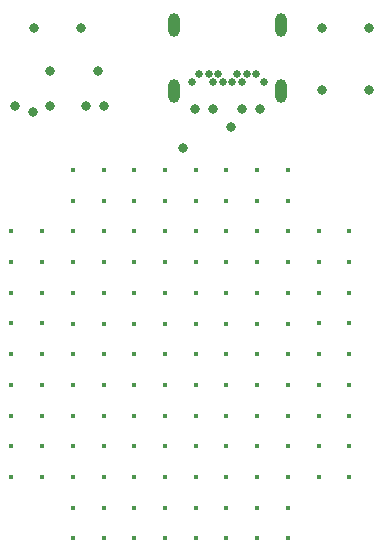
<source format=gbr>
G04 #@! TF.GenerationSoftware,KiCad,Pcbnew,(5.1.9-0-10_14)*
G04 #@! TF.CreationDate,2022-05-10T10:51:03-07:00*
G04 #@! TF.ProjectId,LED_array,4c45445f-6172-4726-9179-2e6b69636164,rev?*
G04 #@! TF.SameCoordinates,Original*
G04 #@! TF.FileFunction,Copper,L3,Inr*
G04 #@! TF.FilePolarity,Positive*
%FSLAX46Y46*%
G04 Gerber Fmt 4.6, Leading zero omitted, Abs format (unit mm)*
G04 Created by KiCad (PCBNEW (5.1.9-0-10_14)) date 2022-05-10 10:51:03*
%MOMM*%
%LPD*%
G01*
G04 APERTURE LIST*
G04 #@! TA.AperFunction,ComponentPad*
%ADD10C,0.650000*%
G04 #@! TD*
G04 #@! TA.AperFunction,ComponentPad*
%ADD11O,1.000000X2.000000*%
G04 #@! TD*
G04 #@! TA.AperFunction,ViaPad*
%ADD12C,0.800000*%
G04 #@! TD*
G04 #@! TA.AperFunction,ViaPad*
%ADD13C,0.400000*%
G04 #@! TD*
G04 APERTURE END LIST*
D10*
X60950000Y-26950000D03*
X61600000Y-26250000D03*
X62400000Y-26250000D03*
X62800000Y-26950000D03*
X63200000Y-26250000D03*
X63600000Y-26950000D03*
X64400000Y-26950000D03*
X64800000Y-26250000D03*
X65200000Y-26950000D03*
X65600000Y-26250000D03*
X66400000Y-26250000D03*
X67050000Y-26950000D03*
D11*
X68500000Y-27750000D03*
X59500000Y-27750000D03*
X68500000Y-22150000D03*
X59500000Y-22150000D03*
D12*
X66750000Y-29250000D03*
X76000000Y-22400000D03*
X72000000Y-22400000D03*
X47600000Y-22400000D03*
X51600000Y-22400000D03*
X52000000Y-29000000D03*
X49000000Y-29000000D03*
X46000000Y-29000000D03*
D13*
X71700000Y-39600000D03*
X45700000Y-39600000D03*
X50900000Y-34400000D03*
X53500000Y-34400000D03*
X56100000Y-34400000D03*
X58700000Y-34400000D03*
X61300000Y-34400000D03*
X63900000Y-34400000D03*
X66500000Y-34400000D03*
X69100000Y-34400000D03*
X50900000Y-39600000D03*
X53500000Y-39600000D03*
X56100000Y-39600000D03*
X58700000Y-39600000D03*
X61300000Y-39600000D03*
X63900000Y-39600000D03*
X66500000Y-39600000D03*
X69100000Y-39600000D03*
X50900000Y-44800000D03*
X53500000Y-44800000D03*
X56100000Y-44800000D03*
X58700000Y-44800000D03*
X61300000Y-44800000D03*
X63900000Y-44800000D03*
X66500000Y-44800000D03*
X69100000Y-44800000D03*
X50900000Y-50000000D03*
X53500000Y-50000000D03*
X56100000Y-50000000D03*
X58700000Y-50000000D03*
X61300000Y-50000000D03*
X63900000Y-50000000D03*
X66500000Y-50000000D03*
X69100000Y-50000000D03*
X50900000Y-55200000D03*
X53500000Y-55200000D03*
X56100000Y-55200000D03*
X58700000Y-55200000D03*
X61300000Y-55200000D03*
X63900000Y-55200000D03*
X66500000Y-55200000D03*
X69100000Y-55200000D03*
X50900000Y-60400000D03*
X53500000Y-60400000D03*
X56100000Y-60400000D03*
X58700000Y-60400000D03*
X61300000Y-60400000D03*
X63900000Y-60400000D03*
X66500000Y-60400000D03*
X69100000Y-60400000D03*
X50900000Y-65600000D03*
X53500000Y-65600000D03*
X56100000Y-65600000D03*
X58700000Y-65600000D03*
X61300000Y-65600000D03*
X63900000Y-65600000D03*
X66500000Y-65600000D03*
X69100000Y-65600000D03*
X48300000Y-39600000D03*
X45700000Y-44800000D03*
X48300000Y-44800000D03*
X45700000Y-50000000D03*
X48300000Y-50000000D03*
X45700000Y-55200000D03*
X48300000Y-55200000D03*
X45700000Y-60400000D03*
X48300000Y-60400000D03*
X74300000Y-39600000D03*
X71700000Y-44800000D03*
X74300000Y-44800000D03*
X71700000Y-50000000D03*
X74300000Y-50000000D03*
X71700000Y-55200000D03*
X74300000Y-55200000D03*
X71700000Y-60400000D03*
X74300000Y-60400000D03*
D12*
X61250000Y-29250000D03*
X65250000Y-29250000D03*
X62750000Y-29250000D03*
X53500000Y-29000000D03*
D13*
X71700000Y-42200000D03*
X45700000Y-42200000D03*
X50900000Y-37010000D03*
X53500000Y-37010000D03*
X56100000Y-37010000D03*
X58700000Y-37010000D03*
X61300000Y-37010000D03*
X63900000Y-37010000D03*
X66500000Y-37010000D03*
X69100000Y-37010000D03*
X50900000Y-42210000D03*
X53500000Y-42210000D03*
X56100000Y-42210000D03*
X58700000Y-42210000D03*
X61300000Y-42210000D03*
X63900000Y-42210000D03*
X66500000Y-42210000D03*
X69100000Y-42210000D03*
X50900000Y-47410000D03*
X53500000Y-47410000D03*
X56100000Y-47410000D03*
X58700000Y-47410000D03*
X61300000Y-47410000D03*
X63900000Y-47410000D03*
X66500000Y-47410000D03*
X69100000Y-47410000D03*
X50900000Y-52610000D03*
X53500000Y-52610000D03*
X56100000Y-52610000D03*
X58700000Y-52610000D03*
X61300000Y-52610000D03*
X63900000Y-52610000D03*
X66500000Y-52610000D03*
X69100000Y-52610000D03*
X50900000Y-57810000D03*
X53500000Y-57810000D03*
X56100000Y-57810000D03*
X58700000Y-57810000D03*
X61300000Y-57810000D03*
X63900000Y-57810000D03*
X66500000Y-57810000D03*
X69100000Y-57810000D03*
X50900000Y-63010000D03*
X53500000Y-63010000D03*
X56100000Y-63010000D03*
X58700000Y-63010000D03*
X61300000Y-63010000D03*
X63900000Y-63010000D03*
X66500000Y-63010000D03*
X69100000Y-63010000D03*
X48300000Y-42200000D03*
X45700000Y-47400000D03*
X48300000Y-47400000D03*
X45700000Y-52600000D03*
X48300000Y-52600000D03*
X45700000Y-57800000D03*
X48300000Y-57800000D03*
X74300000Y-42200000D03*
X71700000Y-47400000D03*
X74300000Y-47400000D03*
X71700000Y-52600000D03*
X74300000Y-52600000D03*
X71700000Y-57800000D03*
X74300000Y-57800000D03*
D12*
X76000000Y-27600000D03*
X72000000Y-27600000D03*
X53000000Y-26000000D03*
X49000000Y-26000000D03*
X64250000Y-30750000D03*
X60250000Y-32570000D03*
X47500000Y-29500000D03*
M02*

</source>
